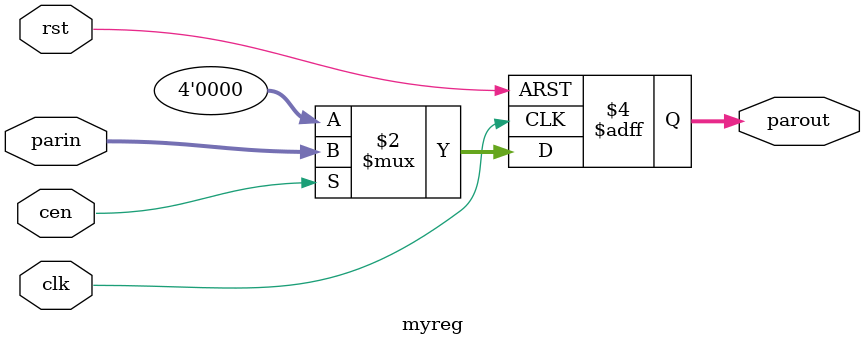
<source format=v>
`timescale 1ns/1ns
module myreg (input clk,rst, cen, input [3:0] parin, output reg [3:0] parout);
	always @(posedge clk, posedge rst) begin
		parout <= 4'b0;
		if (rst)
			parout <= 4'b0;
		else if (cen)
			parout <= parin;
	end
endmodule
</source>
